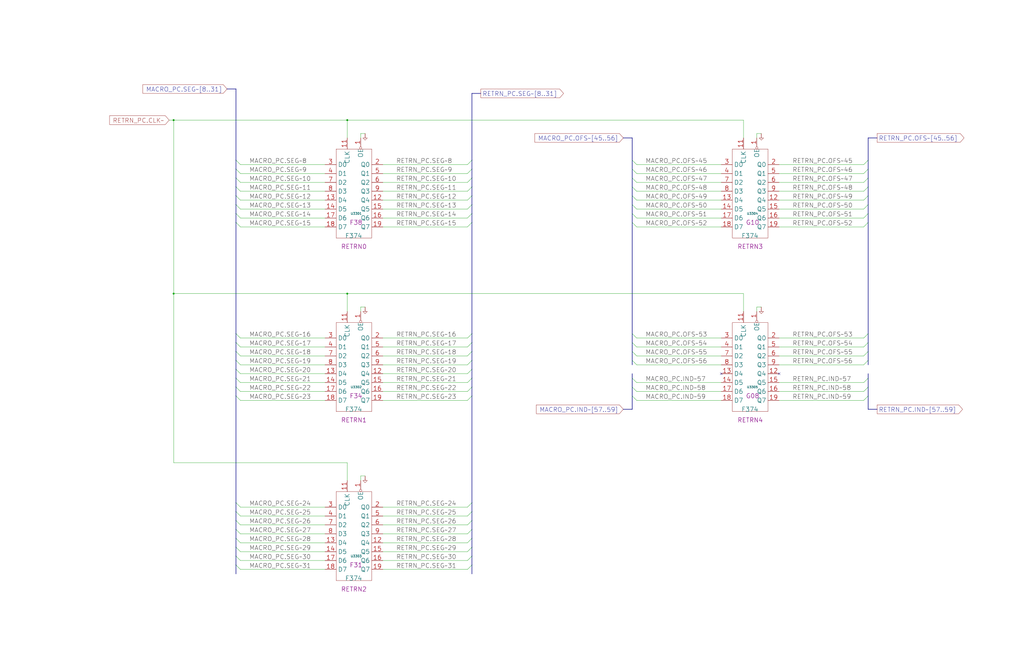
<source format=kicad_sch>
(kicad_sch (version 20220126) (generator eeschema)
  (paper "User" 584.2 378.46)
  (title_block (title "RETURN MACRO PC") (date "22-MAY-90") (rev "1.0") (comment 1 "SEQUENCER") (comment 2 "232-003064") (comment 3 "S400") (comment 4 "RELEASED"))
  (lib_symbols
    (symbol "r1000:F374" (pin_names (offset 1.016))
      (property "Reference" "U" (at 2.54 5.08 0))
      (property "Value" "F374" (at -3.81 -7.62 0))
      (property "Location" "___" (at -1.27 0 0))
      (property "Name" "______" (at 1.27 -15.24 0))
      (symbol "F374_1_1"
        (rectangle (start -8.89 41.91) (end 11.43 -8.89))
        (circle (center 5.08 42.545) (radius 0.635))
        (pin input line (at 5.08 48.26 270) (length 5.08) (name "OE") (number "1"))
        (pin input line (at -2.54 48.26 270) (length 6.35) (name "CLK") (number "11"))
        (pin tri_state line (at 17.78 12.7 180) (length 6.35) (name "Q4") (number "12"))
        (pin input line (at -15.24 12.7 0) (length 6.35) (name "D4") (number "13"))
        (pin input line (at -15.24 7.62 0) (length 6.35) (name "D5") (number "14"))
        (pin tri_state line (at 17.78 7.62 180) (length 6.35) (name "Q5") (number "15"))
        (pin tri_state line (at 17.78 2.54 180) (length 6.35) (name "Q6") (number "16"))
        (pin input line (at -15.24 2.54 0) (length 6.35) (name "D6") (number "17"))
        (pin input line (at -15.24 -2.54 0) (length 6.35) (name "D7") (number "18"))
        (pin tri_state line (at 17.78 -2.54 180) (length 6.35) (name "Q7") (number "19"))
        (pin tri_state line (at 17.78 33.02 180) (length 6.35) (name "Q0") (number "2"))
        (pin input line (at -15.24 33.02 0) (length 6.35) (name "D0") (number "3"))
        (pin input line (at -15.24 27.94 0) (length 6.35) (name "D1") (number "4"))
        (pin tri_state line (at 17.78 27.94 180) (length 6.35) (name "Q1") (number "5"))
        (pin tri_state line (at 17.78 22.86 180) (length 6.35) (name "Q2") (number "6"))
        (pin input line (at -15.24 22.86 0) (length 6.35) (name "D2") (number "7"))
        (pin input line (at -15.24 17.78 0) (length 6.35) (name "D3") (number "8"))
        (pin tri_state line (at 17.78 17.78 180) (length 6.35) (name "Q3") (number "9"))
      )
    )
    (symbol "r1000:PD" (power) (pin_numbers hide) (pin_names hide) (in_bom no)
      (symbol "PD_0_1"
        (polyline (pts (xy 0 -2.54) (xy 1.27 -2.54) (xy 0 -3.81) (xy -1.27 -2.54) (xy 0 -2.54)) (stroke (width 0.1524)))
      )
      (symbol "PD_1_1"
        (pin power_in line (at 0 0 270) (length 2.54) (name "PD") (number "1"))
      )
    )
  )
  (bus (pts (xy 129.54 50.8) (xy 134.62 50.8)))
  (bus (pts (xy 134.62 101.6) (xy 134.62 106.68)))
  (bus (pts (xy 134.62 106.68) (xy 134.62 111.76)))
  (bus (pts (xy 134.62 111.76) (xy 134.62 116.84)))
  (bus (pts (xy 134.62 116.84) (xy 134.62 121.92)))
  (bus (pts (xy 134.62 121.92) (xy 134.62 127)))
  (bus (pts (xy 134.62 127) (xy 134.62 190.5)))
  (bus (pts (xy 134.62 190.5) (xy 134.62 195.58)))
  (bus (pts (xy 134.62 195.58) (xy 134.62 200.66)))
  (bus (pts (xy 134.62 200.66) (xy 134.62 205.74)))
  (bus (pts (xy 134.62 205.74) (xy 134.62 210.82)))
  (bus (pts (xy 134.62 210.82) (xy 134.62 215.9)))
  (bus (pts (xy 134.62 215.9) (xy 134.62 220.98)))
  (bus (pts (xy 134.62 220.98) (xy 134.62 226.06)))
  (bus (pts (xy 134.62 226.06) (xy 134.62 287.02)))
  (bus (pts (xy 134.62 287.02) (xy 134.62 292.1)))
  (bus (pts (xy 134.62 292.1) (xy 134.62 297.18)))
  (bus (pts (xy 134.62 297.18) (xy 134.62 302.26)))
  (bus (pts (xy 134.62 302.26) (xy 134.62 307.34)))
  (bus (pts (xy 134.62 307.34) (xy 134.62 312.42)))
  (bus (pts (xy 134.62 312.42) (xy 134.62 317.5)))
  (bus (pts (xy 134.62 317.5) (xy 134.62 322.58)))
  (bus (pts (xy 134.62 322.58) (xy 134.62 327.66)))
  (bus (pts (xy 134.62 50.8) (xy 134.62 91.44)))
  (bus (pts (xy 134.62 91.44) (xy 134.62 96.52)))
  (bus (pts (xy 134.62 96.52) (xy 134.62 101.6)))
  (bus (pts (xy 269.24 101.6) (xy 269.24 106.68)))
  (bus (pts (xy 269.24 106.68) (xy 269.24 111.76)))
  (bus (pts (xy 269.24 111.76) (xy 269.24 116.84)))
  (bus (pts (xy 269.24 116.84) (xy 269.24 121.92)))
  (bus (pts (xy 269.24 121.92) (xy 269.24 127)))
  (bus (pts (xy 269.24 127) (xy 269.24 190.5)))
  (bus (pts (xy 269.24 190.5) (xy 269.24 195.58)))
  (bus (pts (xy 269.24 195.58) (xy 269.24 200.66)))
  (bus (pts (xy 269.24 200.66) (xy 269.24 205.74)))
  (bus (pts (xy 269.24 205.74) (xy 269.24 210.82)))
  (bus (pts (xy 269.24 210.82) (xy 269.24 215.9)))
  (bus (pts (xy 269.24 215.9) (xy 269.24 220.98)))
  (bus (pts (xy 269.24 220.98) (xy 269.24 226.06)))
  (bus (pts (xy 269.24 226.06) (xy 269.24 287.02)))
  (bus (pts (xy 269.24 287.02) (xy 269.24 292.1)))
  (bus (pts (xy 269.24 292.1) (xy 269.24 297.18)))
  (bus (pts (xy 269.24 297.18) (xy 269.24 302.26)))
  (bus (pts (xy 269.24 302.26) (xy 269.24 307.34)))
  (bus (pts (xy 269.24 307.34) (xy 269.24 312.42)))
  (bus (pts (xy 269.24 312.42) (xy 269.24 317.5)))
  (bus (pts (xy 269.24 317.5) (xy 269.24 322.58)))
  (bus (pts (xy 269.24 322.58) (xy 269.24 327.66)))
  (bus (pts (xy 269.24 53.34) (xy 269.24 91.44)))
  (bus (pts (xy 269.24 53.34) (xy 274.32 53.34)))
  (bus (pts (xy 269.24 91.44) (xy 269.24 96.52)))
  (bus (pts (xy 269.24 96.52) (xy 269.24 101.6)))
  (bus (pts (xy 355.6 233.68) (xy 360.68 233.68)))
  (bus (pts (xy 355.6 78.74) (xy 360.68 78.74)))
  (bus (pts (xy 360.68 101.6) (xy 360.68 106.68)))
  (bus (pts (xy 360.68 106.68) (xy 360.68 111.76)))
  (bus (pts (xy 360.68 111.76) (xy 360.68 116.84)))
  (bus (pts (xy 360.68 116.84) (xy 360.68 121.92)))
  (bus (pts (xy 360.68 121.92) (xy 360.68 127)))
  (bus (pts (xy 360.68 127) (xy 360.68 190.5)))
  (bus (pts (xy 360.68 190.5) (xy 360.68 195.58)))
  (bus (pts (xy 360.68 195.58) (xy 360.68 200.66)))
  (bus (pts (xy 360.68 200.66) (xy 360.68 205.74)))
  (bus (pts (xy 360.68 205.74) (xy 360.68 208.28)))
  (bus (pts (xy 360.68 213.36) (xy 360.68 215.9)))
  (bus (pts (xy 360.68 215.9) (xy 360.68 220.98)))
  (bus (pts (xy 360.68 220.98) (xy 360.68 226.06)))
  (bus (pts (xy 360.68 226.06) (xy 360.68 233.68)))
  (bus (pts (xy 360.68 78.74) (xy 360.68 91.44)))
  (bus (pts (xy 360.68 91.44) (xy 360.68 96.52)))
  (bus (pts (xy 360.68 96.52) (xy 360.68 101.6)))
  (bus (pts (xy 495.3 101.6) (xy 495.3 106.68)))
  (bus (pts (xy 495.3 106.68) (xy 495.3 111.76)))
  (bus (pts (xy 495.3 111.76) (xy 495.3 116.84)))
  (bus (pts (xy 495.3 116.84) (xy 495.3 121.92)))
  (bus (pts (xy 495.3 121.92) (xy 495.3 127)))
  (bus (pts (xy 495.3 127) (xy 495.3 190.5)))
  (bus (pts (xy 495.3 190.5) (xy 495.3 195.58)))
  (bus (pts (xy 495.3 195.58) (xy 495.3 200.66)))
  (bus (pts (xy 495.3 200.66) (xy 495.3 205.74)))
  (bus (pts (xy 495.3 205.74) (xy 495.3 208.28)))
  (bus (pts (xy 495.3 213.36) (xy 495.3 215.9)))
  (bus (pts (xy 495.3 215.9) (xy 495.3 220.98)))
  (bus (pts (xy 495.3 220.98) (xy 495.3 226.06)))
  (bus (pts (xy 495.3 226.06) (xy 495.3 233.68)))
  (bus (pts (xy 495.3 233.68) (xy 500.38 233.68)))
  (bus (pts (xy 495.3 78.74) (xy 495.3 91.44)))
  (bus (pts (xy 495.3 78.74) (xy 500.38 78.74)))
  (bus (pts (xy 495.3 91.44) (xy 495.3 96.52)))
  (bus (pts (xy 495.3 96.52) (xy 495.3 101.6)))
  (wire (pts (xy 137.16 104.14) (xy 185.42 104.14)))
  (wire (pts (xy 137.16 109.22) (xy 185.42 109.22)))
  (wire (pts (xy 137.16 114.3) (xy 185.42 114.3)))
  (wire (pts (xy 137.16 119.38) (xy 185.42 119.38)))
  (wire (pts (xy 137.16 124.46) (xy 185.42 124.46)))
  (wire (pts (xy 137.16 129.54) (xy 185.42 129.54)))
  (wire (pts (xy 137.16 193.04) (xy 185.42 193.04)))
  (wire (pts (xy 137.16 198.12) (xy 185.42 198.12)))
  (wire (pts (xy 137.16 203.2) (xy 185.42 203.2)))
  (wire (pts (xy 137.16 208.28) (xy 185.42 208.28)))
  (wire (pts (xy 137.16 213.36) (xy 185.42 213.36)))
  (wire (pts (xy 137.16 218.44) (xy 185.42 218.44)))
  (wire (pts (xy 137.16 223.52) (xy 185.42 223.52)))
  (wire (pts (xy 137.16 228.6) (xy 185.42 228.6)))
  (wire (pts (xy 137.16 289.56) (xy 185.42 289.56)))
  (wire (pts (xy 137.16 294.64) (xy 185.42 294.64)))
  (wire (pts (xy 137.16 299.72) (xy 185.42 299.72)))
  (wire (pts (xy 137.16 304.8) (xy 185.42 304.8)))
  (wire (pts (xy 137.16 309.88) (xy 185.42 309.88)))
  (wire (pts (xy 137.16 314.96) (xy 185.42 314.96)))
  (wire (pts (xy 137.16 320.04) (xy 185.42 320.04)))
  (wire (pts (xy 137.16 325.12) (xy 185.42 325.12)))
  (wire (pts (xy 137.16 93.98) (xy 185.42 93.98)))
  (wire (pts (xy 137.16 99.06) (xy 185.42 99.06)))
  (wire (pts (xy 198.12 167.64) (xy 198.12 177.8)))
  (wire (pts (xy 198.12 264.16) (xy 99.06 264.16)))
  (wire (pts (xy 198.12 274.32) (xy 198.12 264.16)))
  (wire (pts (xy 198.12 68.58) (xy 198.12 78.74)))
  (wire (pts (xy 198.12 68.58) (xy 424.18 68.58)))
  (wire (pts (xy 205.74 175.26) (xy 208.28 175.26)))
  (wire (pts (xy 205.74 177.8) (xy 205.74 175.26)))
  (wire (pts (xy 205.74 271.78) (xy 208.28 271.78)))
  (wire (pts (xy 205.74 274.32) (xy 205.74 271.78)))
  (wire (pts (xy 205.74 76.2) (xy 208.28 76.2)))
  (wire (pts (xy 205.74 78.74) (xy 205.74 76.2)))
  (wire (pts (xy 218.44 104.14) (xy 266.7 104.14)))
  (wire (pts (xy 218.44 109.22) (xy 266.7 109.22)))
  (wire (pts (xy 218.44 114.3) (xy 266.7 114.3)))
  (wire (pts (xy 218.44 119.38) (xy 266.7 119.38)))
  (wire (pts (xy 218.44 124.46) (xy 266.7 124.46)))
  (wire (pts (xy 218.44 129.54) (xy 266.7 129.54)))
  (wire (pts (xy 218.44 193.04) (xy 266.7 193.04)))
  (wire (pts (xy 218.44 198.12) (xy 266.7 198.12)))
  (wire (pts (xy 218.44 203.2) (xy 266.7 203.2)))
  (wire (pts (xy 218.44 208.28) (xy 266.7 208.28)))
  (wire (pts (xy 218.44 213.36) (xy 266.7 213.36)))
  (wire (pts (xy 218.44 218.44) (xy 266.7 218.44)))
  (wire (pts (xy 218.44 223.52) (xy 266.7 223.52)))
  (wire (pts (xy 218.44 228.6) (xy 266.7 228.6)))
  (wire (pts (xy 218.44 289.56) (xy 266.7 289.56)))
  (wire (pts (xy 218.44 294.64) (xy 266.7 294.64)))
  (wire (pts (xy 218.44 299.72) (xy 266.7 299.72)))
  (wire (pts (xy 218.44 304.8) (xy 266.7 304.8)))
  (wire (pts (xy 218.44 309.88) (xy 266.7 309.88)))
  (wire (pts (xy 218.44 314.96) (xy 266.7 314.96)))
  (wire (pts (xy 218.44 320.04) (xy 266.7 320.04)))
  (wire (pts (xy 218.44 325.12) (xy 266.7 325.12)))
  (wire (pts (xy 218.44 93.98) (xy 266.7 93.98)))
  (wire (pts (xy 218.44 99.06) (xy 266.7 99.06)))
  (wire (pts (xy 363.22 104.14) (xy 411.48 104.14)))
  (wire (pts (xy 363.22 109.22) (xy 411.48 109.22)))
  (wire (pts (xy 363.22 114.3) (xy 411.48 114.3)))
  (wire (pts (xy 363.22 119.38) (xy 411.48 119.38)))
  (wire (pts (xy 363.22 124.46) (xy 411.48 124.46)))
  (wire (pts (xy 363.22 129.54) (xy 411.48 129.54)))
  (wire (pts (xy 363.22 193.04) (xy 411.48 193.04)))
  (wire (pts (xy 363.22 198.12) (xy 411.48 198.12)))
  (wire (pts (xy 363.22 203.2) (xy 411.48 203.2)))
  (wire (pts (xy 363.22 208.28) (xy 411.48 208.28)))
  (wire (pts (xy 363.22 218.44) (xy 411.48 218.44)))
  (wire (pts (xy 363.22 223.52) (xy 411.48 223.52)))
  (wire (pts (xy 363.22 228.6) (xy 411.48 228.6)))
  (wire (pts (xy 363.22 93.98) (xy 411.48 93.98)))
  (wire (pts (xy 363.22 99.06) (xy 411.48 99.06)))
  (wire (pts (xy 424.18 167.64) (xy 198.12 167.64)))
  (wire (pts (xy 424.18 177.8) (xy 424.18 167.64)))
  (wire (pts (xy 424.18 78.74) (xy 424.18 68.58)))
  (wire (pts (xy 431.8 175.26) (xy 434.34 175.26)))
  (wire (pts (xy 431.8 177.8) (xy 431.8 175.26)))
  (wire (pts (xy 431.8 76.2) (xy 434.34 76.2)))
  (wire (pts (xy 431.8 78.74) (xy 431.8 76.2)))
  (wire (pts (xy 444.5 104.14) (xy 492.76 104.14)))
  (wire (pts (xy 444.5 109.22) (xy 492.76 109.22)))
  (wire (pts (xy 444.5 114.3) (xy 492.76 114.3)))
  (wire (pts (xy 444.5 119.38) (xy 492.76 119.38)))
  (wire (pts (xy 444.5 124.46) (xy 492.76 124.46)))
  (wire (pts (xy 444.5 129.54) (xy 492.76 129.54)))
  (wire (pts (xy 444.5 193.04) (xy 492.76 193.04)))
  (wire (pts (xy 444.5 198.12) (xy 492.76 198.12)))
  (wire (pts (xy 444.5 203.2) (xy 492.76 203.2)))
  (wire (pts (xy 444.5 208.28) (xy 492.76 208.28)))
  (wire (pts (xy 444.5 218.44) (xy 492.76 218.44)))
  (wire (pts (xy 444.5 223.52) (xy 492.76 223.52)))
  (wire (pts (xy 444.5 228.6) (xy 492.76 228.6)))
  (wire (pts (xy 444.5 93.98) (xy 492.76 93.98)))
  (wire (pts (xy 444.5 99.06) (xy 492.76 99.06)))
  (wire (pts (xy 96.52 68.58) (xy 99.06 68.58)))
  (wire (pts (xy 99.06 167.64) (xy 198.12 167.64)))
  (wire (pts (xy 99.06 167.64) (xy 99.06 264.16)))
  (wire (pts (xy 99.06 68.58) (xy 198.12 68.58)))
  (wire (pts (xy 99.06 68.58) (xy 99.06 167.64)))
  (global_label "RETRN_PC.CLK~" (shape input) (at 96.52 68.58 180) (effects (font (size 2.54 2.54))) (property "Intersheet References" "${INTERSHEET_REFS}" (at 62.5445 68.4213 0) (effects (font (size 2.54 2.54)) (justify right))))
  (junction (at 99.06 68.58))
  (junction (at 99.06 167.64))
  (global_label "MACRO_PC.SEG~[8..31]" (shape input) (at 129.54 50.8 180) (effects (font (size 2.54 2.54))) (property "Intersheet References" "${INTERSHEET_REFS}" (at 81.534 50.6413 0) (effects (font (size 2.54 2.54)) (justify right))))
  (bus_entry (at 134.62 91.44) (size 2.54 2.54))
  (bus_entry (at 134.62 96.52) (size 2.54 2.54))
  (bus_entry (at 134.62 101.6) (size 2.54 2.54))
  (bus_entry (at 134.62 106.68) (size 2.54 2.54))
  (bus_entry (at 134.62 111.76) (size 2.54 2.54))
  (bus_entry (at 134.62 116.84) (size 2.54 2.54))
  (bus_entry (at 134.62 121.92) (size 2.54 2.54))
  (bus_entry (at 134.62 127) (size 2.54 2.54))
  (bus_entry (at 134.62 190.5) (size 2.54 2.54))
  (bus_entry (at 134.62 195.58) (size 2.54 2.54))
  (bus_entry (at 134.62 200.66) (size 2.54 2.54))
  (bus_entry (at 134.62 205.74) (size 2.54 2.54))
  (bus_entry (at 134.62 210.82) (size 2.54 2.54))
  (bus_entry (at 134.62 215.9) (size 2.54 2.54))
  (bus_entry (at 134.62 220.98) (size 2.54 2.54))
  (bus_entry (at 134.62 226.06) (size 2.54 2.54))
  (bus_entry (at 134.62 287.02) (size 2.54 2.54))
  (bus_entry (at 134.62 292.1) (size 2.54 2.54))
  (bus_entry (at 134.62 297.18) (size 2.54 2.54))
  (bus_entry (at 134.62 302.26) (size 2.54 2.54))
  (bus_entry (at 134.62 307.34) (size 2.54 2.54))
  (bus_entry (at 134.62 312.42) (size 2.54 2.54))
  (bus_entry (at 134.62 317.5) (size 2.54 2.54))
  (bus_entry (at 134.62 322.58) (size 2.54 2.54))
  (label "MACRO_PC.SEG~8" (at 142.24 93.98 0) (effects (font (size 2.54 2.54))))
  (label "MACRO_PC.SEG~9" (at 142.24 99.06 0) (effects (font (size 2.54 2.54))))
  (label "MACRO_PC.SEG~10" (at 142.24 104.14 0) (effects (font (size 2.54 2.54))))
  (label "MACRO_PC.SEG~11" (at 142.24 109.22 0) (effects (font (size 2.54 2.54))))
  (label "MACRO_PC.SEG~12" (at 142.24 114.3 0) (effects (font (size 2.54 2.54))))
  (label "MACRO_PC.SEG~13" (at 142.24 119.38 0) (effects (font (size 2.54 2.54))))
  (label "MACRO_PC.SEG~14" (at 142.24 124.46 0) (effects (font (size 2.54 2.54))))
  (label "MACRO_PC.SEG~15" (at 142.24 129.54 0) (effects (font (size 2.54 2.54))))
  (label "MACRO_PC.SEG~16" (at 142.24 193.04 0) (effects (font (size 2.54 2.54))))
  (label "MACRO_PC.SEG~17" (at 142.24 198.12 0) (effects (font (size 2.54 2.54))))
  (label "MACRO_PC.SEG~18" (at 142.24 203.2 0) (effects (font (size 2.54 2.54))))
  (label "MACRO_PC.SEG~19" (at 142.24 208.28 0) (effects (font (size 2.54 2.54))))
  (label "MACRO_PC.SEG~20" (at 142.24 213.36 0) (effects (font (size 2.54 2.54))))
  (label "MACRO_PC.SEG~21" (at 142.24 218.44 0) (effects (font (size 2.54 2.54))))
  (label "MACRO_PC.SEG~22" (at 142.24 223.52 0) (effects (font (size 2.54 2.54))))
  (label "MACRO_PC.SEG~23" (at 142.24 228.6 0) (effects (font (size 2.54 2.54))))
  (label "MACRO_PC.SEG~24" (at 142.24 289.56 0) (effects (font (size 2.54 2.54))))
  (label "MACRO_PC.SEG~25" (at 142.24 294.64 0) (effects (font (size 2.54 2.54))))
  (label "MACRO_PC.SEG~26" (at 142.24 299.72 0) (effects (font (size 2.54 2.54))))
  (label "MACRO_PC.SEG~27" (at 142.24 304.8 0) (effects (font (size 2.54 2.54))))
  (label "MACRO_PC.SEG~28" (at 142.24 309.88 0) (effects (font (size 2.54 2.54))))
  (label "MACRO_PC.SEG~29" (at 142.24 314.96 0) (effects (font (size 2.54 2.54))))
  (label "MACRO_PC.SEG~30" (at 142.24 320.04 0) (effects (font (size 2.54 2.54))))
  (label "MACRO_PC.SEG~31" (at 142.24 325.12 0) (effects (font (size 2.54 2.54))))
  (junction (at 198.12 68.58))
  (junction (at 198.12 167.64))
  (symbol (lib_id "r1000:F374") (at 200.66 127 0) (unit 1)
    (property "Reference" "U3301" (at 203.2 121.92 0))
    (property "Value" "F374" (at 196.85 134.62 0) (effects (font (size 2.54 2.54)) (justify left)))
    (property "Location" "F38" (at 199.39 127 0) (effects (font (size 2.54 2.54)) (justify left)))
    (property "Name" "RETRN0" (at 201.93 142.24 0) (effects (font (size 2.54 2.54)) (justify bottom)))
  )
  (symbol (lib_id "r1000:F374") (at 200.66 226.06 0) (unit 1)
    (property "Reference" "U3302" (at 203.2 220.98 0))
    (property "Value" "F374" (at 196.85 233.68 0) (effects (font (size 2.54 2.54)) (justify left)))
    (property "Location" "F34" (at 199.39 226.06 0) (effects (font (size 2.54 2.54)) (justify left)))
    (property "Name" "RETRN1" (at 201.93 241.3 0) (effects (font (size 2.54 2.54)) (justify bottom)))
  )
  (symbol (lib_id "r1000:F374") (at 200.66 322.58 0) (unit 1)
    (property "Reference" "U3303" (at 203.2 317.5 0))
    (property "Value" "F374" (at 196.85 330.2 0) (effects (font (size 2.54 2.54)) (justify left)))
    (property "Location" "F31" (at 199.39 322.58 0) (effects (font (size 2.54 2.54)) (justify left)))
    (property "Name" "RETRN2" (at 201.93 337.82 0) (effects (font (size 2.54 2.54)) (justify bottom)))
  )
  (symbol (lib_id "r1000:PD") (at 208.28 76.2 0) (unit 1) (in_bom no)
    (property "Reference" "#PWR03301" (effects hide))
    (property "Value" "PD" (effects hide))
  )
  (symbol (lib_id "r1000:PD") (at 208.28 175.26 0) (unit 1) (in_bom no)
    (property "Reference" "#PWR03302" (effects hide))
    (property "Value" "PD" (effects hide))
  )
  (symbol (lib_id "r1000:PD") (at 208.28 271.78 0) (unit 1) (in_bom no)
    (property "Reference" "#PWR03303" (effects hide))
    (property "Value" "PD" (effects hide))
  )
  (label "RETRN_PC.SEG~8" (at 226.06 93.98 0) (effects (font (size 2.54 2.54))))
  (label "RETRN_PC.SEG~9" (at 226.06 99.06 0) (effects (font (size 2.54 2.54))))
  (label "RETRN_PC.SEG~10" (at 226.06 104.14 0) (effects (font (size 2.54 2.54))))
  (label "RETRN_PC.SEG~11" (at 226.06 109.22 0) (effects (font (size 2.54 2.54))))
  (label "RETRN_PC.SEG~12" (at 226.06 114.3 0) (effects (font (size 2.54 2.54))))
  (label "RETRN_PC.SEG~13" (at 226.06 119.38 0) (effects (font (size 2.54 2.54))))
  (label "RETRN_PC.SEG~14" (at 226.06 124.46 0) (effects (font (size 2.54 2.54))))
  (label "RETRN_PC.SEG~15" (at 226.06 129.54 0) (effects (font (size 2.54 2.54))))
  (label "RETRN_PC.SEG~16" (at 226.06 193.04 0) (effects (font (size 2.54 2.54))))
  (label "RETRN_PC.SEG~17" (at 226.06 198.12 0) (effects (font (size 2.54 2.54))))
  (label "RETRN_PC.SEG~18" (at 226.06 203.2 0) (effects (font (size 2.54 2.54))))
  (label "RETRN_PC.SEG~19" (at 226.06 208.28 0) (effects (font (size 2.54 2.54))))
  (label "RETRN_PC.SEG~20" (at 226.06 213.36 0) (effects (font (size 2.54 2.54))))
  (label "RETRN_PC.SEG~21" (at 226.06 218.44 0) (effects (font (size 2.54 2.54))))
  (label "RETRN_PC.SEG~22" (at 226.06 223.52 0) (effects (font (size 2.54 2.54))))
  (label "RETRN_PC.SEG~23" (at 226.06 228.6 0) (effects (font (size 2.54 2.54))))
  (label "RETRN_PC.SEG~24" (at 226.06 289.56 0) (effects (font (size 2.54 2.54))))
  (label "RETRN_PC.SEG~25" (at 226.06 294.64 0) (effects (font (size 2.54 2.54))))
  (label "RETRN_PC.SEG~26" (at 226.06 299.72 0) (effects (font (size 2.54 2.54))))
  (label "RETRN_PC.SEG~27" (at 226.06 304.8 0) (effects (font (size 2.54 2.54))))
  (label "RETRN_PC.SEG~28" (at 226.06 309.88 0) (effects (font (size 2.54 2.54))))
  (label "RETRN_PC.SEG~29" (at 226.06 314.96 0) (effects (font (size 2.54 2.54))))
  (label "RETRN_PC.SEG~30" (at 226.06 320.04 0) (effects (font (size 2.54 2.54))))
  (label "RETRN_PC.SEG~31" (at 226.06 325.12 0) (effects (font (size 2.54 2.54))))
  (bus_entry (at 269.24 91.44) (size -2.54 2.54))
  (bus_entry (at 269.24 96.52) (size -2.54 2.54))
  (bus_entry (at 269.24 101.6) (size -2.54 2.54))
  (bus_entry (at 269.24 106.68) (size -2.54 2.54))
  (bus_entry (at 269.24 111.76) (size -2.54 2.54))
  (bus_entry (at 269.24 116.84) (size -2.54 2.54))
  (bus_entry (at 269.24 121.92) (size -2.54 2.54))
  (bus_entry (at 269.24 127) (size -2.54 2.54))
  (bus_entry (at 269.24 190.5) (size -2.54 2.54))
  (bus_entry (at 269.24 195.58) (size -2.54 2.54))
  (bus_entry (at 269.24 200.66) (size -2.54 2.54))
  (bus_entry (at 269.24 205.74) (size -2.54 2.54))
  (bus_entry (at 269.24 210.82) (size -2.54 2.54))
  (bus_entry (at 269.24 215.9) (size -2.54 2.54))
  (bus_entry (at 269.24 220.98) (size -2.54 2.54))
  (bus_entry (at 269.24 226.06) (size -2.54 2.54))
  (bus_entry (at 269.24 287.02) (size -2.54 2.54))
  (bus_entry (at 269.24 292.1) (size -2.54 2.54))
  (bus_entry (at 269.24 297.18) (size -2.54 2.54))
  (bus_entry (at 269.24 302.26) (size -2.54 2.54))
  (bus_entry (at 269.24 307.34) (size -2.54 2.54))
  (bus_entry (at 269.24 312.42) (size -2.54 2.54))
  (bus_entry (at 269.24 317.5) (size -2.54 2.54))
  (bus_entry (at 269.24 322.58) (size -2.54 2.54))
  (global_label "RETRN_PC.SEG~[8..31]" (shape output) (at 274.32 53.34 0) (effects (font (size 2.54 2.54))) (property "Intersheet References" "${INTERSHEET_REFS}" (at 321.4793 53.1813 0) (effects (font (size 2.54 2.54)) (justify left))))
  (global_label "MACRO_PC.OFS~[45..56]" (shape input) (at 355.6 78.74 180) (effects (font (size 2.54 2.54))) (property "Intersheet References" "${INTERSHEET_REFS}" (at 305.175 78.5813 0) (effects (font (size 2.54 2.54)) (justify right))))
  (global_label "MACRO_PC.IND~[57..59]" (shape input) (at 355.6 233.68 180) (effects (font (size 2.54 2.54))) (property "Intersheet References" "${INTERSHEET_REFS}" (at 306.0216 233.5213 0) (effects (font (size 2.54 2.54)) (justify right))))
  (bus_entry (at 360.68 91.44) (size 2.54 2.54))
  (bus_entry (at 360.68 96.52) (size 2.54 2.54))
  (bus_entry (at 360.68 101.6) (size 2.54 2.54))
  (bus_entry (at 360.68 106.68) (size 2.54 2.54))
  (bus_entry (at 360.68 111.76) (size 2.54 2.54))
  (bus_entry (at 360.68 116.84) (size 2.54 2.54))
  (bus_entry (at 360.68 121.92) (size 2.54 2.54))
  (bus_entry (at 360.68 127) (size 2.54 2.54))
  (bus_entry (at 360.68 190.5) (size 2.54 2.54))
  (bus_entry (at 360.68 195.58) (size 2.54 2.54))
  (bus_entry (at 360.68 200.66) (size 2.54 2.54))
  (bus_entry (at 360.68 205.74) (size 2.54 2.54))
  (bus_entry (at 360.68 215.9) (size 2.54 2.54))
  (bus_entry (at 360.68 220.98) (size 2.54 2.54))
  (bus_entry (at 360.68 226.06) (size 2.54 2.54))
  (label "MACRO_PC.OFS~45" (at 368.3 93.98 0) (effects (font (size 2.54 2.54))))
  (label "MACRO_PC.OFS~46" (at 368.3 99.06 0) (effects (font (size 2.54 2.54))))
  (label "MACRO_PC.OFS~47" (at 368.3 104.14 0) (effects (font (size 2.54 2.54))))
  (label "MACRO_PC.OFS~48" (at 368.3 109.22 0) (effects (font (size 2.54 2.54))))
  (label "MACRO_PC.OFS~49" (at 368.3 114.3 0) (effects (font (size 2.54 2.54))))
  (label "MACRO_PC.OFS~50" (at 368.3 119.38 0) (effects (font (size 2.54 2.54))))
  (label "MACRO_PC.OFS~51" (at 368.3 124.46 0) (effects (font (size 2.54 2.54))))
  (label "MACRO_PC.OFS~52" (at 368.3 129.54 0) (effects (font (size 2.54 2.54))))
  (label "MACRO_PC.OFS~53" (at 368.3 193.04 0) (effects (font (size 2.54 2.54))))
  (label "MACRO_PC.OFS~54" (at 368.3 198.12 0) (effects (font (size 2.54 2.54))))
  (label "MACRO_PC.OFS~55" (at 368.3 203.2 0) (effects (font (size 2.54 2.54))))
  (label "MACRO_PC.OFS~56" (at 368.3 208.28 0) (effects (font (size 2.54 2.54))))
  (label "MACRO_PC.IND~57" (at 368.3 218.44 0) (effects (font (size 2.54 2.54))))
  (label "MACRO_PC.IND~58" (at 368.3 223.52 0) (effects (font (size 2.54 2.54))))
  (label "MACRO_PC.IND~59" (at 368.3 228.6 0) (effects (font (size 2.54 2.54))))
  (no_connect (at 411.48 213.36))
  (symbol (lib_id "r1000:F374") (at 426.72 127 0) (unit 1)
    (property "Reference" "U3304" (at 429.26 121.92 0))
    (property "Value" "F374" (at 422.91 134.62 0) (effects (font (size 2.54 2.54)) (justify left)))
    (property "Location" "G10" (at 425.45 127 0) (effects (font (size 2.54 2.54)) (justify left)))
    (property "Name" "RETRN3" (at 427.99 142.24 0) (effects (font (size 2.54 2.54)) (justify bottom)))
  )
  (symbol (lib_id "r1000:F374") (at 426.72 226.06 0) (unit 1)
    (property "Reference" "U3305" (at 429.26 220.98 0))
    (property "Value" "F374" (at 422.91 233.68 0) (effects (font (size 2.54 2.54)) (justify left)))
    (property "Location" "G08" (at 425.45 226.06 0) (effects (font (size 2.54 2.54)) (justify left)))
    (property "Name" "RETRN4" (at 427.99 241.3 0) (effects (font (size 2.54 2.54)) (justify bottom)))
  )
  (symbol (lib_id "r1000:PD") (at 434.34 76.2 0) (unit 1) (in_bom no)
    (property "Reference" "#PWR03304" (effects hide))
    (property "Value" "PD" (effects hide))
  )
  (symbol (lib_id "r1000:PD") (at 434.34 175.26 0) (unit 1) (in_bom no)
    (property "Reference" "#PWR03305" (effects hide))
    (property "Value" "PD" (effects hide))
  )
  (no_connect (at 444.5 213.36))
  (label "RETRN_PC.OFS~45" (at 452.12 93.98 0) (effects (font (size 2.54 2.54))))
  (label "RETRN_PC.OFS~46" (at 452.12 99.06 0) (effects (font (size 2.54 2.54))))
  (label "RETRN_PC.OFS~47" (at 452.12 104.14 0) (effects (font (size 2.54 2.54))))
  (label "RETRN_PC.OFS~48" (at 452.12 109.22 0) (effects (font (size 2.54 2.54))))
  (label "RETRN_PC.OFS~49" (at 452.12 114.3 0) (effects (font (size 2.54 2.54))))
  (label "RETRN_PC.OFS~50" (at 452.12 119.38 0) (effects (font (size 2.54 2.54))))
  (label "RETRN_PC.OFS~51" (at 452.12 124.46 0) (effects (font (size 2.54 2.54))))
  (label "RETRN_PC.OFS~52" (at 452.12 129.54 0) (effects (font (size 2.54 2.54))))
  (label "RETRN_PC.OFS~53" (at 452.12 193.04 0) (effects (font (size 2.54 2.54))))
  (label "RETRN_PC.OFS~54" (at 452.12 198.12 0) (effects (font (size 2.54 2.54))))
  (label "RETRN_PC.OFS~55" (at 452.12 203.2 0) (effects (font (size 2.54 2.54))))
  (label "RETRN_PC.OFS~56" (at 452.12 208.28 0) (effects (font (size 2.54 2.54))))
  (label "RETRN_PC.IND~57" (at 452.12 218.44 0) (effects (font (size 2.54 2.54))))
  (label "RETRN_PC.IND~58" (at 452.12 223.52 0) (effects (font (size 2.54 2.54))))
  (label "RETRN_PC.IND~59" (at 452.12 228.6 0) (effects (font (size 2.54 2.54))))
  (bus_entry (at 495.3 91.44) (size -2.54 2.54))
  (bus_entry (at 495.3 96.52) (size -2.54 2.54))
  (bus_entry (at 495.3 101.6) (size -2.54 2.54))
  (bus_entry (at 495.3 106.68) (size -2.54 2.54))
  (bus_entry (at 495.3 111.76) (size -2.54 2.54))
  (bus_entry (at 495.3 116.84) (size -2.54 2.54))
  (bus_entry (at 495.3 121.92) (size -2.54 2.54))
  (bus_entry (at 495.3 127) (size -2.54 2.54))
  (bus_entry (at 495.3 190.5) (size -2.54 2.54))
  (bus_entry (at 495.3 195.58) (size -2.54 2.54))
  (bus_entry (at 495.3 200.66) (size -2.54 2.54))
  (bus_entry (at 495.3 205.74) (size -2.54 2.54))
  (bus_entry (at 495.3 215.9) (size -2.54 2.54))
  (bus_entry (at 495.3 220.98) (size -2.54 2.54))
  (bus_entry (at 495.3 226.06) (size -2.54 2.54))
  (global_label "RETRN_PC.OFS~[45..56]" (shape output) (at 500.38 78.74 0) (effects (font (size 2.54 2.54))) (property "Intersheet References" "${INTERSHEET_REFS}" (at 549.9584 78.5813 0) (effects (font (size 2.54 2.54)) (justify left))))
  (global_label "RETRN_PC.IND~[57..59]" (shape output) (at 500.38 233.68 0) (effects (font (size 2.54 2.54))) (property "Intersheet References" "${INTERSHEET_REFS}" (at 549.1117 233.5213 0) (effects (font (size 2.54 2.54)) (justify left))))
)
</source>
